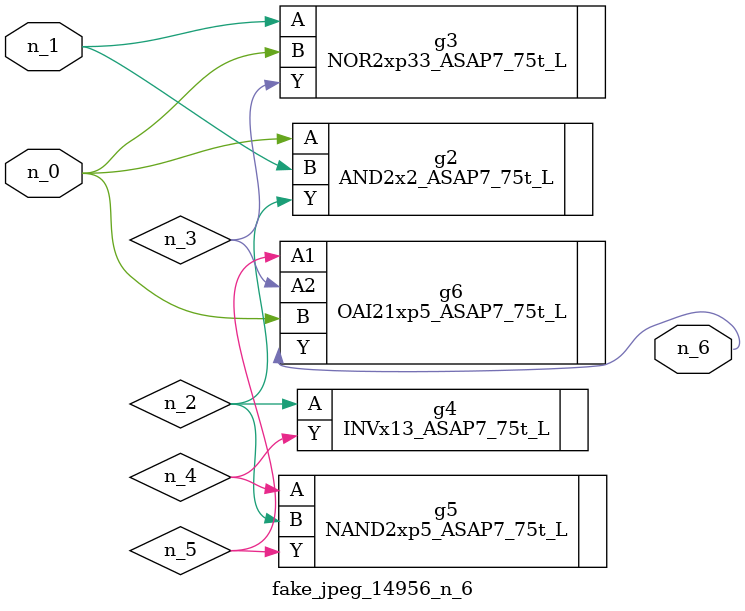
<source format=v>
module fake_jpeg_14956_n_6 (n_0, n_1, n_6);

input n_0;
input n_1;

output n_6;

wire n_2;
wire n_3;
wire n_4;
wire n_5;

AND2x2_ASAP7_75t_L g2 ( 
.A(n_0),
.B(n_1),
.Y(n_2)
);

NOR2xp33_ASAP7_75t_L g3 ( 
.A(n_1),
.B(n_0),
.Y(n_3)
);

INVx13_ASAP7_75t_L g4 ( 
.A(n_2),
.Y(n_4)
);

NAND2xp5_ASAP7_75t_L g5 ( 
.A(n_4),
.B(n_2),
.Y(n_5)
);

OAI21xp5_ASAP7_75t_L g6 ( 
.A1(n_5),
.A2(n_3),
.B(n_0),
.Y(n_6)
);


endmodule
</source>
